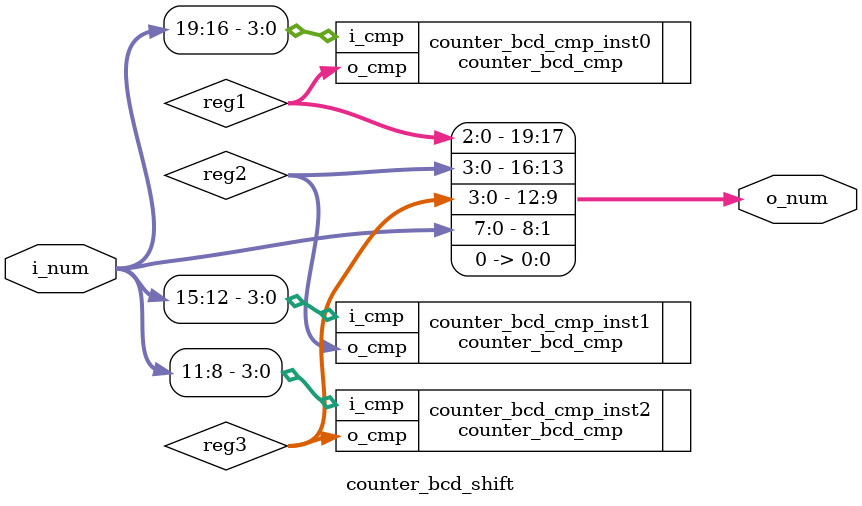
<source format=v>
module counter_bcd_shift(
    input  wire [19:0] i_num,
    output wire [19:0] o_num
);

    wire [3:0] reg1;
    wire [3:0] reg2;
    wire [3:0] reg3;

    // 左移大4加3比较
    counter_bcd_cmp counter_bcd_cmp_inst0(
        .i_cmp(i_num[19:16]),
        .o_cmp(reg1));
    // 左移大4加3比较
    counter_bcd_cmp counter_bcd_cmp_inst1(
        .i_cmp(i_num[15:12]),
        .o_cmp(reg2));
    // 左移大4加3比较
    counter_bcd_cmp counter_bcd_cmp_inst2(
        .i_cmp(i_num[11:8]),
        .o_cmp(reg3));
    // 比较完成，左移1位
    assign o_num = { reg1[2:0], reg2, reg3, i_num[7:0], 1'b0 };

endmodule

</source>
